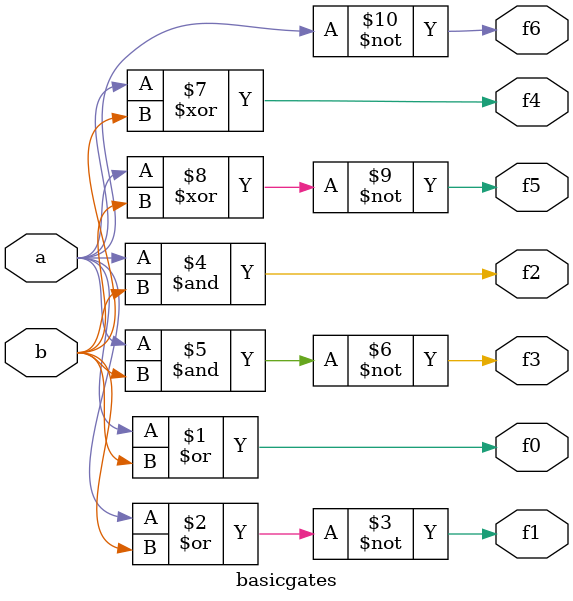
<source format=v>
`timescale 1ns / 1ps
module basicgates(input a,b,output f0,f1,f2,f3,f4,f5,f6);
 or or_1(f0,a,b);
 nor nor_1(f1,a,b);
 and and_1(f2,a,b);
 nand nand_1(f3,a,b);
 xor xor_1(f4,a,b);
 xnor xnor_1(f5,a,b);
 not not_1(f6,a);
endmodule

</source>
